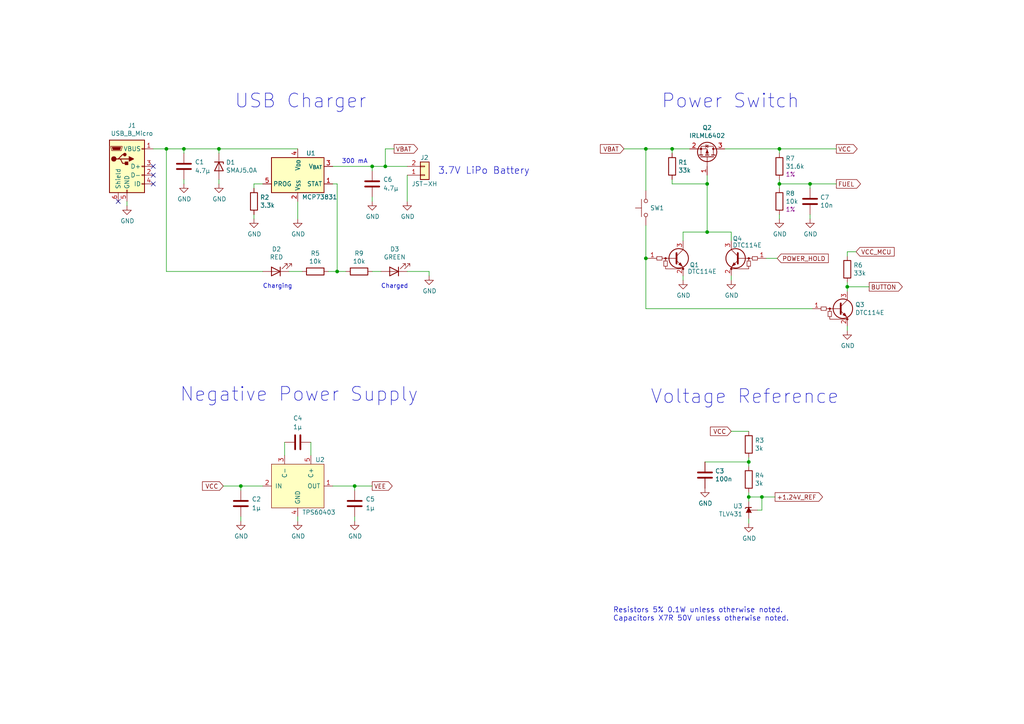
<source format=kicad_sch>
(kicad_sch (version 20230121) (generator eeschema)
  (paper "A4")
  (lib_symbols
    (symbol "Battery_Management:MCP73831-2-OT"
      (property "Reference" "U" (at -7.62 6.35 0))
      (property "Value" "MCP73831-2-OT" (at 1.27 6.35 0))
      (symbol "MCP73831-2-OT_0_1"
        (rectangle (start -7.62 5.08) (end 7.62 -5.08) (stroke (width 0.254)) (fill (type background)))
      )
      (symbol "MCP73831-2-OT_1_1"
        (pin output line (at 10.16 -2.54 180) (length 2.54) (name "STAT") (number "1"))
        (pin power_in line (at 0 -7.62 90) (length 2.54) (name "V_{SS}") (number "2"))
        (pin power_out line (at 10.16 2.54 180) (length 2.54) (name "V_{BAT}") (number "3"))
        (pin power_in line (at 0 7.62 270) (length 2.54) (name "V_{DD}") (number "4"))
        (pin input line (at -10.16 -2.54 0) (length 2.54) (name "PROG") (number "5"))
      )
    )
    (symbol "Connector:USB_B_Micro" (pin_names (offset 1.016))
      (property "Reference" "J" (at -5.08 11.43 0))
      (property "Value" "USB_B_Micro" (at -5.08 8.89 0))
      (symbol "USB_B_Micro_0_1"
        (rectangle (start -5.08 -7.62) (end 5.08 7.62) (stroke (width 0.254)) (fill (type background)))
        (circle (center -3.81 2.159) (radius 0.635) (stroke (width 0.254)) (fill (type outline)))
        (circle (center -0.635 3.429) (radius 0.381) (stroke (width 0.254)) (fill (type outline)))
        (rectangle (start -0.127 -7.62) (end 0.127 -6.858))
        (polyline (pts (xy -1.905 2.159) (xy 0.635 2.159)) (stroke (width 0.254)))
        (polyline (pts (xy -3.175 2.159) (xy -2.54 2.159) (xy -1.27 3.429) (xy -0.635 3.429)) (stroke (width 0.254)))
        (polyline (pts (xy -2.54 2.159) (xy -1.905 2.159) (xy -1.27 0.889) (xy 0 0.889)) (stroke (width 0.254)))
        (polyline (pts (xy 0.635 2.794) (xy 0.635 1.524) (xy 1.905 2.159) (xy 0.635 2.794)) (stroke (width 0.254)) (fill (type outline)))
        (polyline (pts (xy -4.318 5.588) (xy -1.778 5.588) (xy -2.032 4.826) (xy -4.064 4.826) (xy -4.318 5.588)) (fill (type outline)))
        (polyline (pts (xy -4.699 5.842) (xy -4.699 5.588) (xy -4.445 4.826) (xy -4.445 4.572) (xy -1.651 4.572) (xy -1.651 4.826) (xy -1.397 5.588) (xy -1.397 5.842) (xy -4.699 5.842)))
        (rectangle (start 0.254 1.27) (end -0.508 0.508) (stroke (width 0.254)) (fill (type outline)))
        (rectangle (start 5.08 -5.207) (end 4.318 -4.953))
        (rectangle (start 5.08 -2.667) (end 4.318 -2.413))
        (rectangle (start 5.08 -0.127) (end 4.318 0.127))
        (rectangle (start 5.08 4.953) (end 4.318 5.207))
      )
      (symbol "USB_B_Micro_1_1"
        (pin power_out line (at 7.62 5.08 180) (length 2.54) (name "VBUS") (number "1"))
        (pin bidirectional line (at 7.62 -2.54 180) (length 2.54) (name "D-") (number "2"))
        (pin bidirectional line (at 7.62 0 180) (length 2.54) (name "D+") (number "3"))
        (pin passive line (at 7.62 -5.08 180) (length 2.54) (name "ID") (number "4"))
        (pin power_out line (at 0 -10.16 90) (length 2.54) (name "GND") (number "5"))
        (pin passive line (at -2.54 -10.16 90) (length 2.54) (name "Shield") (number "6"))
      )
    )
    (symbol "Connector_Generic:Conn_01x02" (pin_names (offset 1.016) hide)
      (property "Reference" "J" (at 0 2.54 0))
      (property "Value" "Conn_01x02" (at 0 -5.08 0))
      (symbol "Conn_01x02_1_1"
        (rectangle (start -1.27 -2.413) (end 0 -2.667) (stroke (width 0.1524)))
        (rectangle (start -1.27 0.127) (end 0 -0.127) (stroke (width 0.1524)))
        (rectangle (start -1.27 1.27) (end 1.27 -3.81) (stroke (width 0.254)) (fill (type background)))
        (pin passive line (at -5.08 0 0) (length 3.81) (name "Pin_1") (number "1"))
        (pin passive line (at -5.08 -2.54 0) (length 3.81) (name "Pin_2") (number "2"))
      )
    )
    (symbol "Device:C" (pin_numbers hide) (pin_names (offset 0.254))
      (property "Reference" "C" (at 0.635 2.54 0))
      (property "Value" "C" (at 0.635 -2.54 0))
      (symbol "C_0_1"
        (polyline (pts (xy -2.032 -0.762) (xy 2.032 -0.762)) (stroke (width 0.508)))
        (polyline (pts (xy -2.032 0.762) (xy 2.032 0.762)) (stroke (width 0.508)))
      )
      (symbol "C_1_1"
        (pin passive line (at 0 3.81 270) (length 2.794) (name "~") (number "1"))
        (pin passive line (at 0 -3.81 90) (length 2.794) (name "~") (number "2"))
      )
    )
    (symbol "Device:D_Zener" (pin_numbers hide) (pin_names (offset 1.016) hide)
      (property "Reference" "D" (at 0 2.54 0))
      (property "Value" "D_Zener" (at 0 -2.54 0))
      (symbol "D_Zener_0_1"
        (polyline (pts (xy 1.27 0) (xy -1.27 0)))
        (polyline (pts (xy -1.27 -1.27) (xy -1.27 1.27) (xy -0.762 1.27)) (stroke (width 0.254)))
        (polyline (pts (xy 1.27 -1.27) (xy 1.27 1.27) (xy -1.27 0) (xy 1.27 -1.27)) (stroke (width 0.254)))
      )
      (symbol "D_Zener_1_1"
        (pin passive line (at -3.81 0 0) (length 2.54) (name "K") (number "1"))
        (pin passive line (at 3.81 0 180) (length 2.54) (name "A") (number "2"))
      )
    )
    (symbol "Device:LED" (pin_numbers hide) (pin_names (offset 1.016) hide)
      (property "Reference" "D" (at 0 2.54 0))
      (property "Value" "LED" (at 0 -2.54 0))
      (symbol "LED_0_1"
        (polyline (pts (xy -1.27 -1.27) (xy -1.27 1.27)) (stroke (width 0.254)))
        (polyline (pts (xy -1.27 0) (xy 1.27 0)))
        (polyline (pts (xy 1.27 -1.27) (xy 1.27 1.27) (xy -1.27 0) (xy 1.27 -1.27)) (stroke (width 0.254)))
        (polyline (pts (xy -3.048 -0.762) (xy -4.572 -2.286) (xy -3.81 -2.286) (xy -4.572 -2.286) (xy -4.572 -1.524)))
        (polyline (pts (xy -1.778 -0.762) (xy -3.302 -2.286) (xy -2.54 -2.286) (xy -3.302 -2.286) (xy -3.302 -1.524)))
      )
      (symbol "LED_1_1"
        (pin passive line (at -3.81 0 0) (length 2.54) (name "K") (number "1"))
        (pin passive line (at 3.81 0 180) (length 2.54) (name "A") (number "2"))
      )
    )
    (symbol "Device:Q_NPN_BEC_BRT" (pin_names hide)
      (property "Reference" "Q" (at 3.81 1.27 0))
      (property "Value" "Q_NPN_BEC_BRT" (at 3.81 -1.27 0))
      (symbol "Q_NPN_BEC_BRT_0_1"
        (rectangle (start -6.35 0.508) (end -4.826 -0.508))
        (rectangle (start -4.318 -2.286) (end -3.302 -0.762))
        (circle (center -3.81 0) (radius 0.254) (fill (type outline)))
        (polyline (pts (xy -3.81 -0.762) (xy -3.81 0)))
        (polyline (pts (xy -0.762 0) (xy -4.826 0)))
        (polyline (pts (xy -0.635 1.524) (xy -0.635 -1.524)) (stroke (width 0.508)))
        (polyline (pts (xy -3.81 -2.286) (xy -3.81 -3.048) (xy 1.27 -3.048)))
        (circle (center 1.27 -3.048) (radius 0.254) (fill (type outline)))
      )
      (symbol "Q_NPN_BEC_BRT_1_1"
        (polyline (pts (xy -0.635 0.635) (xy 1.27 2.54)))
        (polyline (pts (xy -0.635 -0.635) (xy 1.27 -2.54) (xy 1.27 -2.54)))
        (polyline (pts (xy 0 -1.778) (xy 0.508 -1.27) (xy 1.016 -2.286) (xy 0 -1.778) (xy 0 -1.778)) (fill (type outline)))
        (circle (center 0 0) (radius 2.8194) (stroke (width 0.254)))
        (pin input line (at -8.89 0 0) (length 2.54) (name "B") (number "1"))
        (pin passive line (at 1.27 -5.08 90) (length 2.54) (name "E") (number "2"))
        (pin passive line (at 1.27 5.08 270) (length 2.54) (name "C") (number "3"))
      )
    )
    (symbol "Device:R" (pin_numbers hide) (pin_names (offset 0))
      (property "Reference" "R" (at 2.032 0 90))
      (property "Value" "R" (at 0 0 90))
      (symbol "R_0_1"
        (rectangle (start -1.016 -2.54) (end 1.016 2.54) (stroke (width 0.254)))
      )
      (symbol "R_1_1"
        (pin passive line (at 0 3.81 270) (length 1.27) (name "~") (number "1"))
        (pin passive line (at 0 -3.81 90) (length 1.27) (name "~") (number "2"))
      )
    )
    (symbol "Reference_Voltage:TL431DBZ" (pin_numbers hide) (pin_names hide)
      (property "Reference" "U" (at -2.54 2.54 0))
      (property "Value" "TL431DBZ" (at 0 -2.54 0))
      (symbol "TL431DBZ_0_1"
        (polyline (pts (xy -1.27 0) (xy 0 0) (xy 1.27 0)))
        (polyline (pts (xy -0.762 0.762) (xy 0.762 0) (xy -0.762 -0.762)) (fill (type outline)))
        (polyline (pts (xy 0.508 -1.016) (xy 0.762 -0.762) (xy 0.762 0.762) (xy 0.762 0.762)) (stroke (width 0.254)))
      )
      (symbol "TL431DBZ_1_1"
        (pin passive line (at 2.54 0 180) (length 2.54) (name "K") (number "1"))
        (pin passive line (at 0 2.54 270) (length 2.54) (name "REF") (number "2"))
        (pin passive line (at -2.54 0 0) (length 2.54) (name "A") (number "3"))
      )
    )
    (symbol "Switch:SW_Push" (pin_numbers hide) (pin_names (offset 1.016) hide)
      (property "Reference" "SW" (at 1.27 2.54 0))
      (property "Value" "SW_Push" (at 0 -1.524 0))
      (symbol "SW_Push_0_1"
        (circle (center -2.032 0) (radius 0.508))
        (polyline (pts (xy 0 1.27) (xy 0 3.048)))
        (polyline (pts (xy 2.54 1.27) (xy -2.54 1.27)))
        (circle (center 2.032 0) (radius 0.508))
        (pin passive line (at -5.08 0 0) (length 2.54) (name "1") (number "1"))
        (pin passive line (at 5.08 0 180) (length 2.54) (name "2") (number "2"))
      )
    )
    (symbol "Transistor_FET:IRLML6402" (pin_names hide)
      (property "Reference" "Q" (at 5.08 1.905 0))
      (property "Value" "IRLML6402" (at 5.08 0 0))
      (symbol "IRLML6402_0_1"
        (polyline (pts (xy 0.254 0) (xy -2.54 0)))
        (polyline (pts (xy 0.254 1.905) (xy 0.254 -1.905)) (stroke (width 0.254)))
        (polyline (pts (xy 0.762 -1.27) (xy 0.762 -2.286)) (stroke (width 0.254)))
        (polyline (pts (xy 0.762 0.508) (xy 0.762 -0.508)) (stroke (width 0.254)))
        (polyline (pts (xy 0.762 2.286) (xy 0.762 1.27)) (stroke (width 0.254)))
        (polyline (pts (xy 2.54 2.54) (xy 2.54 1.778)))
        (polyline (pts (xy 2.54 -2.54) (xy 2.54 0) (xy 0.762 0)))
        (polyline (pts (xy 0.762 1.778) (xy 3.302 1.778) (xy 3.302 -1.778) (xy 0.762 -1.778)))
        (polyline (pts (xy 2.286 0) (xy 1.27 0.381) (xy 1.27 -0.381) (xy 2.286 0)) (fill (type outline)))
        (polyline (pts (xy 2.794 -0.508) (xy 2.921 -0.381) (xy 3.683 -0.381) (xy 3.81 -0.254)))
        (polyline (pts (xy 3.302 -0.381) (xy 2.921 0.254) (xy 3.683 0.254) (xy 3.302 -0.381)))
        (circle (center 1.651 0) (radius 2.794) (stroke (width 0.254)))
        (circle (center 2.54 -1.778) (radius 0.254) (fill (type outline)))
        (circle (center 2.54 1.778) (radius 0.254) (fill (type outline)))
      )
      (symbol "IRLML6402_1_1"
        (pin input line (at -5.08 0 0) (length 2.54) (name "G") (number "1"))
        (pin passive line (at 2.54 -5.08 90) (length 2.54) (name "S") (number "2"))
        (pin passive line (at 2.54 5.08 270) (length 2.54) (name "D") (number "3"))
      )
    )
    (symbol "esr-meter:TPS6040x" (pin_names (offset 1.016))
      (property "Reference" "U" (at 6.35 7.62 0))
      (property "Value" "TPS6040x" (at 6.35 -7.62 0))
      (symbol "TPS6040x_0_1"
        (rectangle (start -7.62 6.35) (end 7.62 -6.35) (fill (type background)))
      )
      (symbol "TPS6040x_1_1"
        (pin power_out line (at 10.16 0 180) (length 2.54) (name "OUT") (number "1"))
        (pin power_in line (at -10.16 0 0) (length 2.54) (name "IN") (number "2"))
        (pin passive line (at -3.81 8.89 270) (length 2.54) (name "C-") (number "3"))
        (pin power_in line (at 0 -8.89 90) (length 2.54) (name "GND") (number "4"))
        (pin passive line (at 3.81 8.89 270) (length 2.54) (name "C+") (number "5"))
      )
    )
    (symbol "power:GND" (power) (pin_names (offset 0))
      (property "Value" "GND" (at 0 -3.81 0))
      (symbol "GND_0_1"
        (polyline (pts (xy 0 0) (xy 0 -1.27) (xy 1.27 -1.27) (xy 0 -2.54) (xy -1.27 -1.27) (xy 0 -1.27)))
      )
      (symbol "GND_1_1"
        (pin power_in line (at 0 0 270) (length 0) hide (name "GND") (number "1"))
      )
    )
  )
  (junction (at 226.06 43.18))
  (junction (at 205.105 53.34))
  (junction (at 245.745 83.185))
  (junction (at 194.945 43.18))
  (junction (at 205.105 67.31))
  (junction (at 63.5 43.18))
  (junction (at 226.06 53.34))
  (junction (at 187.325 43.18))
  (junction (at 69.85 140.97))
  (junction (at 102.87 140.97))
  (junction (at 234.95 53.34))
  (junction (at 217.17 144.145))
  (junction (at 97.79 78.74))
  (junction (at 111.76 48.26))
  (junction (at 48.26 43.18))
  (junction (at 187.325 74.93))
  (junction (at 107.95 48.26))
  (junction (at 220.98 144.145))
  (junction (at 53.34 43.18))
  (junction (at 217.17 133.985))
  (no_connect (at 44.45 50.8))
  (no_connect (at 44.45 48.26))
  (no_connect (at 44.45 53.34))
  (no_connect (at 34.29 58.42))
  (wire (pts (xy 205.105 53.34) (xy 194.945 53.34)))
  (wire (pts (xy 187.96 74.93) (xy 187.325 74.93)))
  (wire (pts (xy 76.2 78.74) (xy 48.26 78.74)))
  (wire (pts (xy 242.57 53.34) (xy 234.95 53.34)))
  (wire (pts (xy 234.95 53.34) (xy 226.06 53.34)))
  (wire (pts (xy 73.66 54.61) (xy 73.66 53.34)))
  (wire (pts (xy 107.95 58.42) (xy 107.95 57.15)))
  (wire (pts (xy 53.34 53.34) (xy 53.34 52.07)))
  (wire (pts (xy 95.25 78.74) (xy 97.79 78.74)))
  (wire (pts (xy 217.17 135.255) (xy 217.17 133.985)))
  (wire (pts (xy 194.945 44.45) (xy 194.945 43.18)))
  (wire (pts (xy 114.3 43.18) (xy 111.76 43.18)))
  (wire (pts (xy 217.17 133.985) (xy 204.47 133.985)))
  (wire (pts (xy 220.98 147.955) (xy 220.98 144.145)))
  (wire (pts (xy 245.745 83.185) (xy 245.745 84.455)))
  (wire (pts (xy 124.46 78.74) (xy 118.11 78.74)))
  (wire (pts (xy 194.945 43.18) (xy 200.025 43.18)))
  (wire (pts (xy 96.52 53.34) (xy 97.79 53.34)))
  (wire (pts (xy 226.06 54.61) (xy 226.06 53.34)))
  (wire (pts (xy 48.26 78.74) (xy 48.26 43.18)))
  (wire (pts (xy 73.66 63.5) (xy 73.66 62.23)))
  (wire (pts (xy 252.095 83.185) (xy 245.745 83.185)))
  (wire (pts (xy 212.09 67.31) (xy 212.09 69.85)))
  (wire (pts (xy 86.36 63.5) (xy 86.36 58.42)))
  (wire (pts (xy 111.76 48.26) (xy 107.95 48.26)))
  (wire (pts (xy 245.745 73.025) (xy 245.745 74.295)))
  (wire (pts (xy 198.12 80.01) (xy 198.12 81.28)))
  (wire (pts (xy 194.945 43.18) (xy 187.325 43.18)))
  (wire (pts (xy 245.745 95.885) (xy 245.745 94.615)))
  (wire (pts (xy 226.06 43.18) (xy 242.57 43.18)))
  (wire (pts (xy 205.105 67.31) (xy 212.09 67.31)))
  (wire (pts (xy 102.87 151.13) (xy 102.87 149.86)))
  (wire (pts (xy 198.12 69.85) (xy 198.12 67.31)))
  (wire (pts (xy 187.325 43.18) (xy 180.975 43.18)))
  (wire (pts (xy 205.105 67.31) (xy 205.105 53.34)))
  (wire (pts (xy 63.5 53.34) (xy 63.5 52.07)))
  (wire (pts (xy 194.945 53.34) (xy 194.945 52.07)))
  (wire (pts (xy 124.46 80.01) (xy 124.46 78.74)))
  (wire (pts (xy 225.425 74.93) (xy 222.25 74.93)))
  (wire (pts (xy 234.95 63.5) (xy 234.95 62.23)))
  (wire (pts (xy 63.5 44.45) (xy 63.5 43.18)))
  (wire (pts (xy 69.85 140.97) (xy 64.77 140.97)))
  (wire (pts (xy 69.85 140.97) (xy 76.2 140.97)))
  (wire (pts (xy 82.55 132.08) (xy 82.55 128.27)))
  (wire (pts (xy 219.71 147.955) (xy 220.98 147.955)))
  (wire (pts (xy 97.79 78.74) (xy 100.33 78.74)))
  (wire (pts (xy 53.34 43.18) (xy 63.5 43.18)))
  (wire (pts (xy 187.325 74.93) (xy 187.325 89.535)))
  (wire (pts (xy 111.76 43.18) (xy 111.76 48.26)))
  (wire (pts (xy 107.95 48.26) (xy 96.52 48.26)))
  (wire (pts (xy 205.105 53.34) (xy 205.105 50.8)))
  (wire (pts (xy 44.45 43.18) (xy 48.26 43.18)))
  (wire (pts (xy 63.5 43.18) (xy 86.36 43.18)))
  (wire (pts (xy 118.11 48.26) (xy 111.76 48.26)))
  (wire (pts (xy 107.95 78.74) (xy 110.49 78.74)))
  (wire (pts (xy 226.06 44.45) (xy 226.06 43.18)))
  (wire (pts (xy 226.06 53.34) (xy 226.06 52.07)))
  (wire (pts (xy 212.09 81.28) (xy 212.09 80.01)))
  (wire (pts (xy 97.79 53.34) (xy 97.79 78.74)))
  (wire (pts (xy 248.285 73.025) (xy 245.745 73.025)))
  (wire (pts (xy 69.85 151.13) (xy 69.85 149.86)))
  (wire (pts (xy 53.34 44.45) (xy 53.34 43.18)))
  (wire (pts (xy 217.17 125.095) (xy 212.09 125.095)))
  (wire (pts (xy 102.87 142.24) (xy 102.87 140.97)))
  (wire (pts (xy 187.325 55.245) (xy 187.325 43.18)))
  (wire (pts (xy 48.26 43.18) (xy 53.34 43.18)))
  (wire (pts (xy 118.11 58.42) (xy 118.11 50.8)))
  (wire (pts (xy 217.17 144.145) (xy 217.17 145.415)))
  (wire (pts (xy 107.95 49.53) (xy 107.95 48.26)))
  (wire (pts (xy 187.325 74.93) (xy 187.325 65.405)))
  (wire (pts (xy 90.17 132.08) (xy 90.17 128.27)))
  (wire (pts (xy 217.17 144.145) (xy 220.98 144.145)))
  (wire (pts (xy 36.83 59.69) (xy 36.83 58.42)))
  (wire (pts (xy 217.17 142.875) (xy 217.17 144.145)))
  (wire (pts (xy 234.95 54.61) (xy 234.95 53.34)))
  (wire (pts (xy 226.06 43.18) (xy 210.185 43.18)))
  (wire (pts (xy 73.66 53.34) (xy 76.2 53.34)))
  (wire (pts (xy 217.17 133.985) (xy 217.17 132.715)))
  (wire (pts (xy 187.325 89.535) (xy 235.585 89.535)))
  (wire (pts (xy 102.87 140.97) (xy 96.52 140.97)))
  (wire (pts (xy 198.12 67.31) (xy 205.105 67.31)))
  (wire (pts (xy 226.06 63.5) (xy 226.06 62.23)))
  (wire (pts (xy 86.36 151.13) (xy 86.36 149.86)))
  (wire (pts (xy 83.82 78.74) (xy 87.63 78.74)))
  (wire (pts (xy 245.745 81.915) (xy 245.745 83.185)))
  (wire (pts (xy 217.17 151.765) (xy 217.17 150.495)))
  (wire (pts (xy 102.87 140.97) (xy 107.95 140.97)))
  (wire (pts (xy 69.85 142.24) (xy 69.85 140.97)))
  (wire (pts (xy 220.98 144.145) (xy 224.79 144.145)))
  (text "USB Charger" (at 67.945 31.75 0) (effects (font (size 4 4)) (justify left bottom)))
  (text "Charging" (at 76.2 83.82 0) (effects (font (size 1.27 1.27)) (justify left bottom)))
  (text "3.7V LiPo Battery" (at 127 50.8 0) (effects (font (size 2 2)) (justify left bottom)))
  (text "Resistors 5% 0.1W unless otherwise noted.\nCapacitors X7R 50V unless otherwise noted." (at 177.8 180.34 0) (effects (font (size 1.5 1.5)) (justify left bottom)))
  (text "Voltage Reference" (at 188.595 117.475 0) (effects (font (size 4 4)) (justify left bottom)))
  (text "Power Switch" (at 191.77 31.75 0) (effects (font (size 4 4)) (justify left bottom)))
  (text "300 mA" (at 106.68 47.625 0) (effects (font (size 1.27 1.27)) (justify right bottom)))
  (text "Charged" (at 110.49 83.82 0) (effects (font (size 1.27 1.27)) (justify left bottom)))
  (text "Negative Power Supply" (at 52.07 116.84 0) (effects (font (size 4 4)) (justify left bottom)))
  (global_label "FUEL" (shape output) (at 242.57 53.34 0) (property "Intersheetrefs" "${INTERSHEET_REFS}" (effects hide)))
  (global_label "VBAT" (shape input) (at 180.975 43.18 180) (property "Intersheetrefs" "${INTERSHEET_REFS}" (effects hide)))
  (global_label "+1.24V_REF" (shape output) (at 224.79 144.145 0) (property "Intersheetrefs" "${INTERSHEET_REFS}" (effects hide)))
  (global_label "VCC" (shape input) (at 64.77 140.97 180) (property "Intersheetrefs" "${INTERSHEET_REFS}" (effects hide)))
  (global_label "POWER_HOLD" (shape input) (at 225.425 74.93 0) (property "Intersheetrefs" "${INTERSHEET_REFS}" (effects hide)))
  (global_label "VCC" (shape input) (at 212.09 125.095 180) (property "Intersheetrefs" "${INTERSHEET_REFS}" (effects hide)))
  (global_label "BUTTON" (shape output) (at 252.095 83.185 0) (property "Intersheetrefs" "${INTERSHEET_REFS}" (effects hide)))
  (global_label "VBAT" (shape output) (at 114.3 43.18 0) (property "Intersheetrefs" "${INTERSHEET_REFS}" (effects hide)))
  (global_label "VCC" (shape output) (at 242.57 43.18 0) (property "Intersheetrefs" "${INTERSHEET_REFS}" (effects hide)))
  (global_label "VEE" (shape output) (at 107.95 140.97 0) (property "Intersheetrefs" "${INTERSHEET_REFS}" (effects hide)))
  (global_label "VCC_MCU" (shape input) (at 248.285 73.025 0) (property "Intersheetrefs" "${INTERSHEET_REFS}" (effects hide)))
  (symbol (lib_id "Device:R") (at 217.17 139.065 0) (unit 1)
    (property "Reference" "R4" (at 218.948 137.8966 0) (effects (justify left)))
    (property "Value" "3k" (at 218.948 140.208 0) (effects (justify left)))
    (property "Footprint" "Resistor_SMD:R_0603_1608Metric" (effects hide))
  )
  (symbol (lib_id "power:GND") (at 63.5 53.34 0) (unit 1)
    (property "Reference" "#PWR03" (effects hide))
    (property "Value" "GND" (at 63.627 57.7342 0))
  )
  (symbol (lib_id "Connector:USB_B_Micro") (at 36.83 48.26 0) (unit 1)
    (property "Reference" "J1" (at 38.2778 36.3982 0))
    (property "Value" "USB_B_Micro" (at 38.2778 38.7096 0))
    (property "Footprint" "Connector_USB:USB_Micro-B_Molex-105017-0001" (effects hide))
  )
  (symbol (lib_id "Device:D_Zener") (at 63.5 48.26 270) (unit 1)
    (property "Reference" "D1" (at 65.532 47.0916 90) (effects (justify left)))
    (property "Value" "SMAJ5.0A" (at 65.532 49.403 90) (effects (justify left)))
    (property "Footprint" "Diode_SMD:D_SMA" (effects hide))
  )
  (symbol (lib_id "Transistor_FET:IRLML6402") (at 205.105 45.72 270) (mirror x) (unit 1)
    (property "Reference" "Q2" (at 205.105 37.0332 90))
    (property "Value" "IRLML6402" (at 205.105 39.3446 90))
    (property "Footprint" "Package_TO_SOT_SMD:SOT-23" (effects hide))
    (property "Datasheet" "https://www.infineon.com/dgdl/irlml6402pbf.pdf?fileId=5546d462533600a401535668d5c2263c" (effects hide))
  )
  (symbol (lib_id "Device:Q_NPN_BEC_BRT") (at 213.36 74.93 0) (mirror y) (unit 1)
    (property "Reference" "Q4" (at 215.265 69.215 0) (effects (justify left)))
    (property "Value" "DTC114E" (at 220.98 71.12 0) (effects (justify left)))
    (property "Footprint" "Package_TO_SOT_SMD:SOT-23" (effects hide))
  )
  (symbol (lib_id "Device:Q_NPN_BEC_BRT") (at 244.475 89.535 0) (unit 1)
    (property "Reference" "Q3" (at 248.031 88.3666 0) (effects (justify left)))
    (property "Value" "DTC114E" (at 248.031 90.678 0) (effects (justify left)))
    (property "Footprint" "Package_TO_SOT_SMD:SOT-23" (effects hide))
  )
  (symbol (lib_id "Device:R") (at 104.14 78.74 270) (unit 1)
    (property "Reference" "R9" (at 104.14 73.4822 90))
    (property "Value" "10k" (at 104.14 75.7936 90))
    (property "Footprint" "Resistor_SMD:R_0603_1608Metric" (effects hide))
  )
  (symbol (lib_id "power:GND") (at 124.46 80.01 0) (unit 1)
    (property "Reference" "#PWR018" (effects hide))
    (property "Value" "GND" (at 124.587 84.4042 0))
  )
  (symbol (lib_id "Device:LED") (at 114.3 78.74 180) (unit 1)
    (property "Reference" "D3" (at 114.4778 72.263 0))
    (property "Value" "GREEN" (at 114.4778 74.5744 0))
    (property "Footprint" "LED_SMD:LED_1206_3216Metric" (effects hide))
  )
  (symbol (lib_id "esr-meter:TPS6040x") (at 86.36 140.97 0) (unit 1)
    (property "Reference" "U2" (at 91.44 133.35 0) (effects (justify left)))
    (property "Value" "TPS60403" (at 87.63 148.59 0) (effects (justify left)))
    (property "Footprint" "Package_TO_SOT_SMD:SOT-23-5" (effects hide))
  )
  (symbol (lib_id "Device:LED") (at 80.01 78.74 180) (unit 1)
    (property "Reference" "D2" (at 80.1878 72.263 0))
    (property "Value" "RED" (at 80.1878 74.5744 0))
    (property "Footprint" "LED_SMD:LED_1206_3216Metric" (effects hide))
  )
  (symbol (lib_id "power:GND") (at 102.87 151.13 0) (unit 1)
    (property "Reference" "#PWR014" (effects hide))
    (property "Value" "GND" (at 102.997 155.5242 0))
  )
  (symbol (lib_id "Device:R") (at 194.945 48.26 0) (unit 1)
    (property "Reference" "R1" (at 196.723 47.0916 0) (effects (justify left)))
    (property "Value" "33k" (at 196.723 49.403 0) (effects (justify left)))
    (property "Footprint" "Resistor_SMD:R_0603_1608Metric" (effects hide))
  )
  (symbol (lib_id "Device:Q_NPN_BEC_BRT") (at 196.85 74.93 0) (unit 1)
    (property "Reference" "Q1" (at 200.025 76.835 0) (effects (justify left)))
    (property "Value" "DTC114E" (at 199.39 78.74 0) (effects (justify left)))
    (property "Footprint" "Package_TO_SOT_SMD:SOT-23" (effects hide))
  )
  (symbol (lib_id "power:GND") (at 69.85 151.13 0) (unit 1)
    (property "Reference" "#PWR04" (effects hide))
    (property "Value" "GND" (at 69.977 155.5242 0))
  )
  (symbol (lib_id "power:GND") (at 204.47 141.605 0) (unit 1)
    (property "Reference" "#PWR07" (effects hide))
    (property "Value" "GND" (at 204.597 145.9992 0))
  )
  (symbol (lib_id "power:GND") (at 53.34 53.34 0) (unit 1)
    (property "Reference" "#PWR02" (effects hide))
    (property "Value" "GND" (at 53.467 57.7342 0))
  )
  (symbol (lib_id "Device:C") (at 234.95 58.42 0) (unit 1)
    (property "Reference" "C7" (at 237.871 57.2516 0) (effects (justify left)))
    (property "Value" "10n" (at 237.871 59.563 0) (effects (justify left)))
    (property "Footprint" "Capacitor_SMD:C_0603_1608Metric" (effects hide))
  )
  (symbol (lib_id "power:GND") (at 212.09 81.28 0) (unit 1)
    (property "Reference" "#PWR011" (effects hide))
    (property "Value" "GND" (at 212.217 85.6742 0))
  )
  (symbol (lib_id "Device:C") (at 69.85 146.05 0) (unit 1)
    (property "Reference" "C2" (at 73.025 144.78 0) (effects (justify left)))
    (property "Value" "1μ" (at 73.025 147.32 0) (effects (justify left)))
    (property "Footprint" "Capacitor_SMD:C_1206_3216Metric" (effects hide))
  )
  (symbol (lib_id "Reference_Voltage:TL431DBZ") (at 217.17 147.955 270) (mirror x) (unit 1)
    (property "Reference" "U3" (at 215.392 146.7866 90) (effects (justify right)))
    (property "Value" "TLV431" (at 215.392 149.098 90) (effects (justify right)))
    (property "Footprint" "Package_TO_SOT_SMD:SOT-23" (effects hide))
    (property "Datasheet" "https://www.ti.com/lit/ds/symlink/tlv431.pdf" (effects hide))
  )
  (symbol (lib_id "power:GND") (at 118.11 58.42 0) (unit 1)
    (property "Reference" "#PWR017" (effects hide))
    (property "Value" "GND" (at 118.237 62.8142 0))
  )
  (symbol (lib_id "power:GND") (at 107.95 58.42 0) (unit 1)
    (property "Reference" "#PWR015" (effects hide))
    (property "Value" "GND" (at 108.077 62.8142 0))
  )
  (symbol (lib_id "power:GND") (at 245.745 95.885 0) (unit 1)
    (property "Reference" "#PWR012" (effects hide))
    (property "Value" "GND" (at 245.872 100.2792 0))
  )
  (symbol (lib_id "Device:C") (at 204.47 137.795 0) (unit 1)
    (property "Reference" "C3" (at 207.391 136.6266 0) (effects (justify left)))
    (property "Value" "100n" (at 207.391 138.938 0) (effects (justify left)))
    (property "Footprint" "Capacitor_SMD:C_0603_1608Metric" (effects hide))
  )
  (symbol (lib_id "Device:R") (at 217.17 128.905 0) (unit 1)
    (property "Reference" "R3" (at 218.948 127.7366 0) (effects (justify left)))
    (property "Value" "3k" (at 218.948 130.048 0) (effects (justify left)))
    (property "Footprint" "Resistor_SMD:R_0603_1608Metric" (effects hide))
  )
  (symbol (lib_id "Switch:SW_Push") (at 187.325 60.325 90) (unit 1)
    (property "Reference" "SW1" (at 188.5442 60.325 90) (effects (justify right)))
    (property "Value" "SW_Push" (effects hide))
    (property "Footprint" "Button_Switch_THT:SW_PUSH-12mm_Wuerth-430476085716" (effects hide))
  )
  (symbol (lib_id "power:GND") (at 226.06 63.5 0) (unit 1)
    (property "Reference" "#PWR013" (effects hide))
    (property "Value" "GND" (at 226.187 67.8942 0))
  )
  (symbol (lib_id "Device:R") (at 73.66 58.42 0) (unit 1)
    (property "Reference" "R2" (at 75.438 57.2516 0) (effects (justify left)))
    (property "Value" "3.3k" (at 75.438 59.563 0) (effects (justify left)))
    (property "Footprint" "Resistor_SMD:R_0603_1608Metric" (effects hide))
  )
  (symbol (lib_id "Device:R") (at 91.44 78.74 270) (unit 1)
    (property "Reference" "R5" (at 91.44 73.4822 90))
    (property "Value" "10k" (at 91.44 75.7936 90))
    (property "Footprint" "Resistor_SMD:R_0603_1608Metric" (effects hide))
  )
  (symbol (lib_id "Device:C") (at 86.36 128.27 270) (unit 1)
    (property "Reference" "C4" (at 86.36 121.285 90))
    (property "Value" "1μ" (at 86.36 123.825 90))
    (property "Footprint" "Capacitor_SMD:C_1206_3216Metric" (effects hide))
  )
  (symbol (lib_id "Device:R") (at 245.745 78.105 0) (unit 1)
    (property "Reference" "R6" (at 247.523 76.9366 0) (effects (justify left)))
    (property "Value" "33k" (at 247.523 79.248 0) (effects (justify left)))
    (property "Footprint" "Resistor_SMD:R_0603_1608Metric" (effects hide))
  )
  (symbol (lib_id "power:GND") (at 36.83 59.69 0) (unit 1)
    (property "Reference" "#PWR01" (effects hide))
    (property "Value" "GND" (at 36.957 64.0842 0))
  )
  (symbol (lib_id "power:GND") (at 86.36 63.5 0) (unit 1)
    (property "Reference" "#PWR08" (effects hide))
    (property "Value" "GND" (at 86.487 67.8942 0))
  )
  (symbol (lib_id "power:GND") (at 234.95 63.5 0) (unit 1)
    (property "Reference" "#PWR016" (effects hide))
    (property "Value" "GND" (at 235.077 67.8942 0))
  )
  (symbol (lib_id "Device:R") (at 226.06 48.26 0) (unit 1)
    (property "Reference" "R7" (at 227.838 45.9486 0) (effects (justify left)))
    (property "Value" "31.6k" (at 227.838 48.26 0) (effects (justify left)))
    (property "Footprint" "Resistor_SMD:R_0603_1608Metric" (effects hide))
    (property "Note" "1%" (at 227.838 50.5714 0) (effects (justify left)))
  )
  (symbol (lib_id "Device:C") (at 107.95 53.34 0) (unit 1)
    (property "Reference" "C6" (at 111.125 52.07 0) (effects (justify left)))
    (property "Value" "4.7μ" (at 111.125 54.61 0) (effects (justify left)))
    (property "Footprint" "Capacitor_SMD:C_1206_3216Metric" (effects hide))
  )
  (symbol (lib_id "Device:R") (at 226.06 58.42 0) (unit 1)
    (property "Reference" "R8" (at 227.838 56.1086 0) (effects (justify left)))
    (property "Value" "10k" (at 227.838 58.42 0) (effects (justify left)))
    (property "Footprint" "Resistor_SMD:R_0603_1608Metric" (effects hide))
    (property "Note" "1%" (at 227.838 60.7314 0) (effects (justify left)))
  )
  (symbol (lib_id "power:GND") (at 198.12 81.28 0) (unit 1)
    (property "Reference" "#PWR06" (effects hide))
    (property "Value" "GND" (at 198.247 85.6742 0))
  )
  (symbol (lib_id "power:GND") (at 86.36 151.13 0) (unit 1)
    (property "Reference" "#PWR09" (effects hide))
    (property "Value" "GND" (at 86.487 155.5242 0))
  )
  (symbol (lib_id "Battery_Management:MCP73831-2-OT") (at 86.36 50.8 0) (unit 1)
    (property "Reference" "U1" (at 90.17 44.45 0))
    (property "Value" "MCP73831" (at 92.71 57.15 0))
    (property "Footprint" "Package_TO_SOT_SMD:SOT-23-5" (effects hide))
    (property "Datasheet" "http://ww1.microchip.com/downloads/en/DeviceDoc/20001984g.pdf" (effects hide))
  )
  (symbol (lib_id "Device:C") (at 53.34 48.26 0) (unit 1)
    (property "Reference" "C1" (at 56.515 46.99 0) (effects (justify left)))
    (property "Value" "4.7μ" (at 56.515 49.53 0) (effects (justify left)))
    (property "Footprint" "Capacitor_SMD:C_1206_3216Metric" (effects hide))
  )
  (symbol (lib_id "power:GND") (at 217.17 151.765 0) (unit 1)
    (property "Reference" "#PWR010" (effects hide))
    (property "Value" "GND" (at 217.297 156.1592 0))
  )
  (symbol (lib_id "power:GND") (at 73.66 63.5 0) (unit 1)
    (property "Reference" "#PWR05" (effects hide))
    (property "Value" "GND" (at 73.787 67.8942 0))
  )
  (symbol (lib_id "Connector_Generic:Conn_01x02") (at 123.19 50.8 0) (mirror x) (unit 1)
    (property "Reference" "J2" (at 121.92 45.72 0) (effects (justify left)))
    (property "Value" "JST-XH" (at 119.38 53.34 0) (effects (justify left)))
    (property "Footprint" "Connector_JST:JST_XH_S2B-XH-A-1_1x02_P2.50mm_Horizontal" (effects hide))
  )
  (symbol (lib_id "Device:C") (at 102.87 146.05 0) (unit 1)
    (property "Reference" "C5" (at 106.045 144.78 0) (effects (justify left)))
    (property "Value" "1μ" (at 106.045 147.32 0) (effects (justify left)))
    (property "Footprint" "Capacitor_SMD:C_1206_3216Metric" (effects hide))
  )
)
</source>
